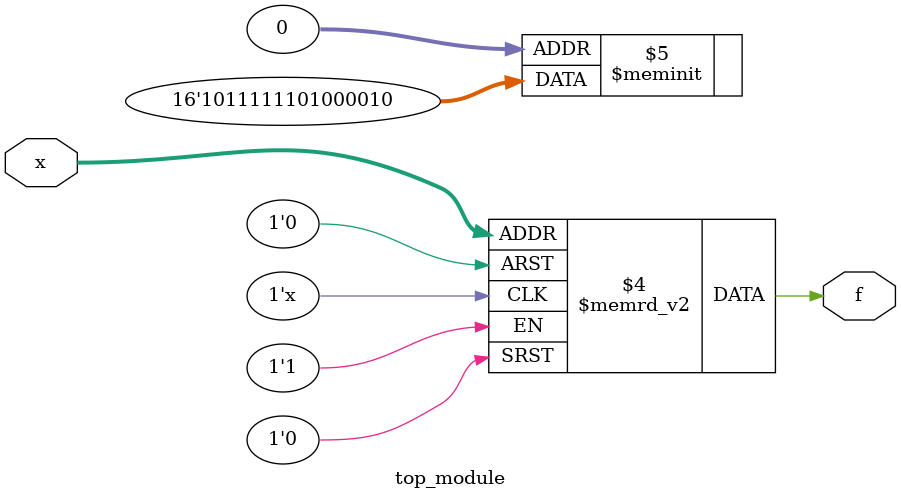
<source format=sv>
module top_module (
    input [4:1] x,
    output logic f
);

    always_comb begin
        case (x)
            4'b0000, 4'b0010, 4'b0011: f = 1'b0;
            4'b0100, 4'b0101, 4'b0111: f = 1'b0;
            4'b1000, 4'b1001, 4'b1011: f = 1'b1;
            4'b1100, 4'b1101, 4'b1111: f = 1'b1;
            4'b1110:                   f = 1'b0;
            default:                   f = 1'b1; // Considering 'd' state as 1 for this implementation.
        endcase
    end

endmodule

</source>
